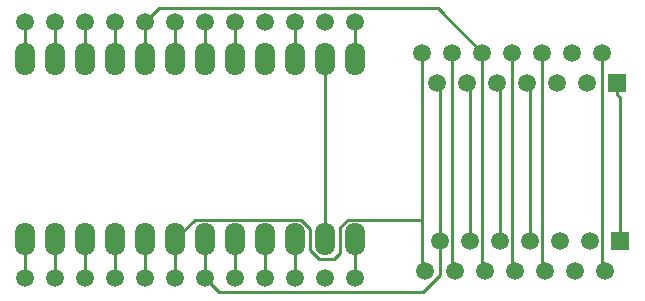
<source format=gbl>
G04 Layer: BottomLayer*
G04 EasyEDA v6.5.37, 2023-11-05 12:22:53*
G04 b38ca7787a6d49d182703bcf24ee71ae,61ca570dd1bc49e89b508e185065188e,10*
G04 Gerber Generator version 0.2*
G04 Scale: 100 percent, Rotated: No, Reflected: No *
G04 Dimensions in millimeters *
G04 leading zeros omitted , absolute positions ,4 integer and 5 decimal *
%FSLAX45Y45*%
%MOMM*%

%AMMACRO1*21,1,$1,$2,0,0,$3*%
%ADD10C,0.2540*%
%ADD11O,1.6764X2.7999944*%
%ADD12C,1.5000*%
%ADD13R,1.5000X1.5000*%
%ADD14MACRO1,1.5X1.5X0.0000*%

%LPD*%
D10*
X6063488Y9923018D02*
G01*
X6083300Y9903205D01*
X6083300Y8585200D01*
X2574543Y8267700D02*
G01*
X2574391Y8267852D01*
X2574391Y8597900D01*
X5936488Y10177018D02*
G01*
X5936488Y8351012D01*
X5956300Y8331200D01*
X2066543Y8267700D02*
G01*
X2066391Y8267852D01*
X2066391Y8597900D01*
X1812544Y8267700D02*
G01*
X1812391Y8267852D01*
X1812391Y8597900D01*
X6190488Y10177018D02*
G01*
X6190488Y8351012D01*
X6210300Y8331200D01*
X5809488Y9923018D02*
G01*
X5829300Y9903205D01*
X5829300Y8585200D01*
X2828543Y8267700D02*
G01*
X2828391Y8267852D01*
X2828391Y8597900D01*
X3844290Y8267700D02*
G01*
X3844391Y8267801D01*
X3844391Y8597900D01*
X4352416Y8597900D02*
G01*
X4352416Y10121874D01*
X4352442Y10121900D01*
X6698488Y10177018D02*
G01*
X6698488Y8351012D01*
X6718300Y8331200D01*
X4606290Y10439400D02*
G01*
X4606391Y10439298D01*
X4606391Y10121900D01*
X4606290Y8267700D02*
G01*
X4606391Y8267801D01*
X4606391Y8597900D01*
X3336416Y8267827D02*
G01*
X3336416Y8597900D01*
X3336290Y8267700D02*
G01*
X3336416Y8267827D01*
X5321300Y8585200D02*
G01*
X5321300Y8295055D01*
X5176316Y8150072D01*
X3454171Y8150072D01*
X3336416Y8267827D01*
X5301488Y9923018D02*
G01*
X5321300Y9903205D01*
X5321300Y8585200D01*
X5174488Y8766302D02*
G01*
X5174488Y8351012D01*
X5194300Y8331200D01*
X5174488Y10177018D02*
G01*
X5174488Y8766302D01*
X3082391Y8597900D02*
G01*
X3250463Y8765971D01*
X4144949Y8765971D01*
X4225416Y8685504D01*
X4225416Y8504961D01*
X4300550Y8429828D01*
X4423638Y8429828D01*
X4479391Y8485581D01*
X4479391Y8700033D01*
X4545660Y8766302D01*
X5174488Y8766302D01*
X3082543Y8267700D02*
G01*
X3082391Y8267852D01*
X3082391Y8597900D01*
X6825488Y9923018D02*
G01*
X6825488Y9820097D01*
X6825488Y9820097D02*
G01*
X6845300Y9800285D01*
X6845300Y8585200D01*
X4098290Y10439400D02*
G01*
X4098442Y10439247D01*
X4098442Y10121900D01*
X5428488Y10177018D02*
G01*
X5428488Y8351012D01*
X5448300Y8331200D01*
X1812544Y10439400D02*
G01*
X1812391Y10439247D01*
X1812391Y10121900D01*
X5555488Y9923018D02*
G01*
X5575300Y9903205D01*
X5575300Y8585200D01*
X3590290Y8267700D02*
G01*
X3590391Y8267801D01*
X3590391Y8597900D01*
X5682488Y10177018D02*
G01*
X5303545Y10555960D01*
X2945104Y10555960D01*
X2828543Y10439400D01*
X5682488Y10177018D02*
G01*
X5682488Y8351012D01*
X5702300Y8331200D01*
X2828543Y10439400D02*
G01*
X2828442Y10439298D01*
X2828442Y10121900D01*
X4098290Y8267700D02*
G01*
X4098416Y8267827D01*
X4098416Y8597900D01*
X2320543Y8267700D02*
G01*
X2320391Y8267852D01*
X2320391Y8597900D01*
X2066543Y10439400D02*
G01*
X2066416Y10439272D01*
X2066416Y10121900D01*
X2320543Y10439400D02*
G01*
X2320416Y10439272D01*
X2320416Y10121900D01*
X2574543Y10439400D02*
G01*
X2574442Y10439298D01*
X2574442Y10121900D01*
X3082543Y10439400D02*
G01*
X3082442Y10439298D01*
X3082442Y10121900D01*
X3336290Y10439400D02*
G01*
X3336442Y10439247D01*
X3336442Y10121900D01*
X3590290Y10439400D02*
G01*
X3590442Y10439247D01*
X3590442Y10121900D01*
D11*
G01*
X4352416Y8597900D03*
G01*
X4098416Y8597900D03*
G01*
X3844391Y8597900D03*
G01*
X3590391Y8597900D03*
G01*
X3336416Y8597900D03*
G01*
X3082391Y8597900D03*
G01*
X2828391Y8597900D03*
G01*
X2574391Y8597900D03*
G01*
X2320391Y8597900D03*
G01*
X2066391Y8597900D03*
G01*
X1812391Y8597900D03*
G01*
X1812391Y10121900D03*
G01*
X2066416Y10121900D03*
G01*
X2320416Y10121900D03*
G01*
X2574442Y10121900D03*
G01*
X2828442Y10121900D03*
G01*
X3082442Y10121900D03*
G01*
X3336442Y10121900D03*
G01*
X3590442Y10121900D03*
G01*
X3844442Y10121900D03*
G01*
X4098442Y10121900D03*
G01*
X4352442Y10121900D03*
G01*
X4606391Y8597900D03*
G01*
X4606391Y10121900D03*
D12*
G01*
X5194300Y8331200D03*
G01*
X5321300Y8585200D03*
G01*
X5448300Y8331200D03*
G01*
X5575300Y8585200D03*
G01*
X5702300Y8331200D03*
G01*
X5829300Y8585200D03*
G01*
X5956300Y8331200D03*
G01*
X6083300Y8585200D03*
G01*
X6210300Y8331200D03*
G01*
X6337300Y8585200D03*
G01*
X6464300Y8331200D03*
G01*
X6591300Y8585200D03*
G01*
X6718300Y8331200D03*
D13*
G01*
X6845300Y8585200D03*
D12*
G01*
X1812544Y10439400D03*
G01*
X2066543Y10439400D03*
G01*
X2320543Y10439400D03*
G01*
X2574543Y10439400D03*
G01*
X2828543Y10439400D03*
G01*
X3082543Y10439400D03*
G01*
X3336290Y10439400D03*
G01*
X3590290Y10439400D03*
G01*
X3844290Y10439400D03*
G01*
X4098290Y10439400D03*
G01*
X4352290Y10439400D03*
G01*
X4606290Y10439400D03*
G01*
X3082543Y8267700D03*
G01*
X2828543Y8267700D03*
G01*
X2574543Y8267700D03*
G01*
X2320543Y8267700D03*
G01*
X2066543Y8267700D03*
G01*
X1812544Y8267700D03*
G01*
X4606290Y8267700D03*
G01*
X4352290Y8267700D03*
G01*
X4098290Y8267700D03*
G01*
X3844290Y8267700D03*
G01*
X3590290Y8267700D03*
G01*
X3336290Y8267700D03*
G01*
X5174488Y10177018D03*
G01*
X5301488Y9923018D03*
G01*
X5428488Y10177018D03*
G01*
X5555488Y9923018D03*
G01*
X5682488Y10177018D03*
G01*
X5809488Y9923018D03*
G01*
X5936488Y10177018D03*
G01*
X6063488Y9923018D03*
G01*
X6190488Y10177018D03*
G01*
X6317488Y9923018D03*
G01*
X6444488Y10177018D03*
G01*
X6571488Y9923018D03*
G01*
X6698488Y10177018D03*
D14*
G01*
X6825486Y9923016D03*
M02*

</source>
